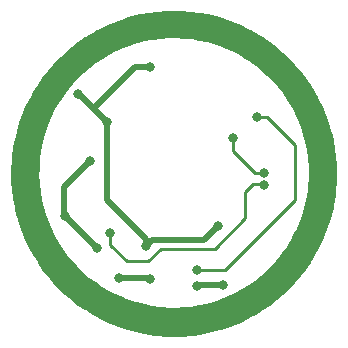
<source format=gbr>
%TF.GenerationSoftware,KiCad,Pcbnew,(5.99.0-11604-g878538abff)*%
%TF.CreationDate,2021-08-06T13:26:27+02:00*%
%TF.ProjectId,pixel-pump-motor-board,70697865-6c2d-4707-956d-702d6d6f746f,rev?*%
%TF.SameCoordinates,Original*%
%TF.FileFunction,Copper,L2,Bot*%
%TF.FilePolarity,Positive*%
%FSLAX46Y46*%
G04 Gerber Fmt 4.6, Leading zero omitted, Abs format (unit mm)*
G04 Created by KiCad (PCBNEW (5.99.0-11604-g878538abff)) date 2021-08-06 13:26:27*
%MOMM*%
%LPD*%
G01*
G04 APERTURE LIST*
%TA.AperFunction,SMDPad,CuDef*%
%ADD10R,2.000000X2.000000*%
%TD*%
%TA.AperFunction,ViaPad*%
%ADD11C,0.800000*%
%TD*%
%TA.AperFunction,Conductor*%
%ADD12C,0.500000*%
%TD*%
%TA.AperFunction,Conductor*%
%ADD13C,0.250000*%
%TD*%
G04 APERTURE END LIST*
D10*
%TO.P,J11,1,Pin_1*%
%TO.N,GND*%
X67513200Y-58750200D03*
%TD*%
%TO.P,J5,1,Pin_1*%
%TO.N,GND*%
X92710000Y-58699400D03*
%TD*%
%TO.P,J8,1,Pin_1*%
%TO.N,GND*%
X80010000Y-71247000D03*
%TD*%
%TO.P,J7,1,Pin_1*%
%TO.N,GND*%
X80137000Y-46050200D03*
%TD*%
D11*
%TO.N,BEMF_PIN*%
X75400000Y-67500000D03*
X87125000Y-53875000D03*
X82050000Y-68175000D03*
X82050000Y-66825000D03*
X78050000Y-67550000D03*
X84200000Y-68100000D03*
%TO.N,GND*%
X91422785Y-52871178D03*
X88950800Y-67640200D03*
X85860479Y-47308872D03*
X70190670Y-66659475D03*
X82073209Y-71220754D03*
X72072182Y-68540987D03*
X68427600Y-53721000D03*
X67665600Y-55956200D03*
X92532200Y-61214000D03*
X83376352Y-46355305D03*
X76787894Y-70943763D03*
X90474800Y-65862200D03*
X91744800Y-63601600D03*
X68741461Y-64427890D03*
X87014246Y-69324068D03*
X89973576Y-50639593D03*
X74303767Y-69990196D03*
X75133200Y-46964600D03*
X73150000Y-47975000D03*
X67787894Y-61943763D03*
X92376352Y-55355305D03*
X84643402Y-70532073D03*
X88092064Y-48758081D03*
X77520800Y-46177200D03*
%TO.N,Net-(D1-Pad2)*%
X77700000Y-64800000D03*
X71925000Y-51875000D03*
X78075000Y-49625000D03*
X83800000Y-63100000D03*
X74400000Y-54250000D03*
%TO.N,PWM*%
X74700000Y-63725000D03*
X87700000Y-59600000D03*
%TO.N,BEMF*%
X87700000Y-58600000D03*
X85100000Y-55675000D03*
%TO.N,Net-(Q1-Pad1)*%
X73575000Y-64925000D03*
X70850000Y-62250000D03*
X72975000Y-57600000D03*
%TD*%
D12*
%TO.N,BEMF_PIN*%
X84200000Y-68100000D02*
X82125000Y-68100000D01*
D13*
X87125000Y-53875000D02*
X87975000Y-53875000D01*
D12*
X82125000Y-68100000D02*
X82050000Y-68175000D01*
D13*
X90300000Y-56200000D02*
X90300000Y-60900000D01*
D12*
X78000000Y-67500000D02*
X78050000Y-67550000D01*
D13*
X90300000Y-60900000D02*
X84400000Y-66800000D01*
D12*
X75400000Y-67500000D02*
X78000000Y-67500000D01*
D13*
X87975000Y-53875000D02*
X90300000Y-56200000D01*
X82075000Y-66800000D02*
X82050000Y-66825000D01*
X84400000Y-66800000D02*
X82075000Y-66800000D01*
D12*
%TO.N,Net-(D1-Pad2)*%
X71925000Y-51875000D02*
X72025000Y-51875000D01*
X78200489Y-64299511D02*
X82600489Y-64299511D01*
X77700000Y-64800000D02*
X78200489Y-64299511D01*
X74400000Y-54250000D02*
X74400000Y-60925000D01*
X78068400Y-49631600D02*
X78075000Y-49625000D01*
X82600489Y-64299511D02*
X83800000Y-63100000D01*
X77700000Y-64225000D02*
X77700000Y-64800000D01*
X73225000Y-53075000D02*
X74400000Y-54250000D01*
X76793400Y-49631600D02*
X78068400Y-49631600D01*
X72025000Y-51875000D02*
X73225000Y-53075000D01*
X73225000Y-53075000D02*
X73350000Y-53075000D01*
X74400000Y-60925000D02*
X77700000Y-64225000D01*
X73350000Y-53075000D02*
X76793400Y-49631600D01*
D13*
%TO.N,PWM*%
X76075000Y-66050000D02*
X77925000Y-66050000D01*
X86100000Y-60275000D02*
X86100000Y-60200000D01*
X74700000Y-64675000D02*
X76075000Y-66050000D01*
X86750000Y-59550000D02*
X87650000Y-59550000D01*
X86100000Y-60200000D02*
X86750000Y-59550000D01*
X87650000Y-59550000D02*
X87700000Y-59600000D01*
X83525000Y-65000000D02*
X86100000Y-62425000D01*
X74700000Y-63725000D02*
X74700000Y-64675000D01*
X77925000Y-66050000D02*
X78975000Y-65000000D01*
X86100000Y-62425000D02*
X86100000Y-60275000D01*
X78975000Y-65000000D02*
X83525000Y-65000000D01*
%TO.N,BEMF*%
X85875000Y-57525000D02*
X86950000Y-58600000D01*
X85100000Y-55675000D02*
X85100000Y-56750000D01*
X86950000Y-58600000D02*
X87700000Y-58600000D01*
X85100000Y-56750000D02*
X85875000Y-57525000D01*
D12*
%TO.N,Net-(Q1-Pad1)*%
X70750000Y-59825000D02*
X70750000Y-61775000D01*
X70900000Y-62250000D02*
X73575000Y-64925000D01*
X70750000Y-61775000D02*
X70750000Y-62150000D01*
X70750000Y-62150000D02*
X70850000Y-62250000D01*
X70850000Y-62250000D02*
X70900000Y-62250000D01*
X72975000Y-57600000D02*
X70750000Y-59825000D01*
%TD*%
%TA.AperFunction,Conductor*%
%TO.N,GND*%
G36*
X80827403Y-44887117D02*
G01*
X80833956Y-44887460D01*
X81458668Y-44936627D01*
X81547667Y-44943631D01*
X81554229Y-44944321D01*
X82263986Y-45037762D01*
X82270484Y-45038792D01*
X82974392Y-45169253D01*
X82980825Y-45170620D01*
X83676976Y-45337751D01*
X83683314Y-45339450D01*
X84254784Y-45508727D01*
X84369715Y-45542771D01*
X84375989Y-45544809D01*
X85050824Y-45783781D01*
X85056982Y-45786145D01*
X85718372Y-46060102D01*
X85724398Y-46062785D01*
X86370544Y-46370981D01*
X86376422Y-46373976D01*
X86612685Y-46502256D01*
X87005569Y-46715574D01*
X87011240Y-46718848D01*
X87493624Y-47014453D01*
X87621665Y-47092917D01*
X87627197Y-47096510D01*
X88217175Y-47501991D01*
X88222512Y-47505869D01*
X88790457Y-47941669D01*
X88795583Y-47945820D01*
X89339939Y-48410743D01*
X89344838Y-48415154D01*
X89733740Y-48784207D01*
X89864134Y-48907946D01*
X89868795Y-48912607D01*
X90079602Y-49134751D01*
X90361587Y-49431902D01*
X90366001Y-49436805D01*
X90830924Y-49981161D01*
X90835075Y-49986287D01*
X91270875Y-50554232D01*
X91274753Y-50559569D01*
X91680234Y-51149547D01*
X91683827Y-51155079D01*
X92057896Y-51765504D01*
X92061170Y-51771175D01*
X92255229Y-52128587D01*
X92402768Y-52400322D01*
X92405763Y-52406200D01*
X92713959Y-53052346D01*
X92716642Y-53058372D01*
X92990599Y-53719762D01*
X92992963Y-53725920D01*
X93134424Y-54125392D01*
X93231622Y-54399870D01*
X93231935Y-54400755D01*
X93233972Y-54407025D01*
X93415735Y-55020647D01*
X93437289Y-55093413D01*
X93438993Y-55099768D01*
X93606122Y-55795910D01*
X93607491Y-55802352D01*
X93643318Y-55995656D01*
X93737951Y-56506251D01*
X93738983Y-56512767D01*
X93832423Y-57222517D01*
X93833113Y-57229077D01*
X93887050Y-57914395D01*
X93889283Y-57942771D01*
X93889627Y-57949341D01*
X93908255Y-58660728D01*
X93908367Y-58664993D01*
X93908367Y-58671575D01*
X93891490Y-59316126D01*
X93889628Y-59387223D01*
X93889284Y-59393794D01*
X93840117Y-60018506D01*
X93833113Y-60107505D01*
X93832423Y-60114065D01*
X93765630Y-60621413D01*
X93738983Y-60823815D01*
X93737952Y-60830322D01*
X93614927Y-61494112D01*
X93607493Y-61534220D01*
X93606124Y-61540663D01*
X93465585Y-62126051D01*
X93438997Y-62236797D01*
X93437294Y-62243152D01*
X93355453Y-62519442D01*
X93233973Y-62929553D01*
X93231935Y-62935827D01*
X92992963Y-63610662D01*
X92990599Y-63616820D01*
X92716642Y-64278210D01*
X92713959Y-64284236D01*
X92405763Y-64930382D01*
X92402768Y-64936260D01*
X92061170Y-65565407D01*
X92057896Y-65571078D01*
X91847563Y-65914311D01*
X91683827Y-66181503D01*
X91680234Y-66187035D01*
X91274753Y-66777013D01*
X91270875Y-66782350D01*
X90835075Y-67350295D01*
X90830924Y-67355421D01*
X90366001Y-67899777D01*
X90361587Y-67904680D01*
X89868798Y-68423972D01*
X89864137Y-68428633D01*
X89400989Y-68868144D01*
X89344842Y-68921425D01*
X89339939Y-68925839D01*
X88795583Y-69390762D01*
X88790457Y-69394913D01*
X88222512Y-69830713D01*
X88217175Y-69834591D01*
X87627197Y-70240072D01*
X87621665Y-70243665D01*
X87011240Y-70617734D01*
X87005569Y-70621008D01*
X86612685Y-70834326D01*
X86376422Y-70962606D01*
X86370544Y-70965601D01*
X85724398Y-71273797D01*
X85718372Y-71276480D01*
X85056982Y-71550437D01*
X85050824Y-71552801D01*
X84375989Y-71791773D01*
X84369719Y-71793810D01*
X83683314Y-71997132D01*
X83676976Y-71998831D01*
X82980825Y-72165962D01*
X82974392Y-72167329D01*
X82270484Y-72297790D01*
X82263986Y-72298820D01*
X81736997Y-72368199D01*
X81554227Y-72392261D01*
X81547667Y-72392951D01*
X81458668Y-72399955D01*
X80833956Y-72449122D01*
X80827403Y-72449465D01*
X80111737Y-72468205D01*
X80105169Y-72468205D01*
X79389503Y-72449465D01*
X79382950Y-72449122D01*
X78758238Y-72399955D01*
X78669239Y-72392951D01*
X78662679Y-72392261D01*
X78479909Y-72368199D01*
X77952920Y-72298820D01*
X77946422Y-72297790D01*
X77242514Y-72167329D01*
X77236081Y-72165962D01*
X76539930Y-71998831D01*
X76533592Y-71997132D01*
X75847187Y-71793810D01*
X75840917Y-71791773D01*
X75166082Y-71552801D01*
X75159924Y-71550437D01*
X74498534Y-71276480D01*
X74492508Y-71273797D01*
X73846362Y-70965601D01*
X73840484Y-70962606D01*
X73604221Y-70834326D01*
X73211337Y-70621008D01*
X73205666Y-70617734D01*
X72595241Y-70243665D01*
X72589709Y-70240072D01*
X71999731Y-69834591D01*
X71994394Y-69830713D01*
X71426449Y-69394913D01*
X71421323Y-69390762D01*
X70876967Y-68925839D01*
X70872064Y-68921425D01*
X70815918Y-68868144D01*
X70352769Y-68428633D01*
X70348108Y-68423972D01*
X69855319Y-67904680D01*
X69850905Y-67899777D01*
X69385982Y-67355421D01*
X69381831Y-67350295D01*
X68946031Y-66782350D01*
X68942153Y-66777013D01*
X68536672Y-66187035D01*
X68533079Y-66181503D01*
X68369343Y-65914311D01*
X68159010Y-65571078D01*
X68155736Y-65565407D01*
X67814138Y-64936260D01*
X67811143Y-64930382D01*
X67502947Y-64284236D01*
X67500264Y-64278210D01*
X67226307Y-63616820D01*
X67223943Y-63610662D01*
X66984971Y-62935827D01*
X66982933Y-62929553D01*
X66861453Y-62519442D01*
X66779612Y-62243152D01*
X66777909Y-62236797D01*
X66751322Y-62126051D01*
X66610782Y-61540663D01*
X66609413Y-61534220D01*
X66601980Y-61494112D01*
X66478954Y-60830322D01*
X66477923Y-60823815D01*
X66451277Y-60621413D01*
X66384483Y-60114065D01*
X66383793Y-60107505D01*
X66376789Y-60018506D01*
X66327622Y-59393794D01*
X66327278Y-59387223D01*
X66325417Y-59316126D01*
X66314482Y-58898548D01*
X68698899Y-58898548D01*
X68698998Y-58900341D01*
X68698998Y-58900353D01*
X68725974Y-59390527D01*
X68734990Y-59554347D01*
X68808771Y-60206980D01*
X68809079Y-60208772D01*
X68915325Y-60827087D01*
X68919998Y-60854284D01*
X68920405Y-60856039D01*
X68920407Y-60856050D01*
X69014193Y-61260665D01*
X69068303Y-61494112D01*
X69253192Y-62124342D01*
X69253800Y-62126044D01*
X69253802Y-62126051D01*
X69295621Y-62243169D01*
X69474053Y-62742884D01*
X69730154Y-63347686D01*
X70020645Y-63936744D01*
X70344563Y-64508103D01*
X70700833Y-65059868D01*
X70701888Y-65061313D01*
X70701890Y-65061315D01*
X71070140Y-65565386D01*
X71088275Y-65590210D01*
X71505603Y-66097371D01*
X71583374Y-66181503D01*
X71890529Y-66513781D01*
X71951433Y-66579667D01*
X72424286Y-67035499D01*
X72922595Y-67463357D01*
X73444707Y-67861820D01*
X73708878Y-68040341D01*
X73987375Y-68228544D01*
X73987387Y-68228551D01*
X73988891Y-68229568D01*
X74553341Y-68565380D01*
X74554957Y-68566219D01*
X74554958Y-68566220D01*
X75109186Y-68854119D01*
X75136185Y-68868144D01*
X75735492Y-69136854D01*
X76003326Y-69238862D01*
X76347581Y-69369977D01*
X76347594Y-69369981D01*
X76349273Y-69370621D01*
X76759151Y-69500248D01*
X76973769Y-69568123D01*
X76973776Y-69568125D01*
X76975493Y-69568668D01*
X77612074Y-69730339D01*
X78256907Y-69855098D01*
X78258694Y-69855338D01*
X78258700Y-69855339D01*
X78906049Y-69942289D01*
X78906055Y-69942290D01*
X78907852Y-69942531D01*
X78909660Y-69942669D01*
X78909674Y-69942670D01*
X79274724Y-69970438D01*
X79562751Y-69992348D01*
X80005916Y-70000471D01*
X80217625Y-70004351D01*
X80217629Y-70004351D01*
X80219431Y-70004384D01*
X80336458Y-69999786D01*
X80873892Y-69978670D01*
X80873905Y-69978669D01*
X80875715Y-69978598D01*
X80877528Y-69978422D01*
X80877540Y-69978421D01*
X81527629Y-69915252D01*
X81527639Y-69915251D01*
X81529427Y-69915077D01*
X82178398Y-69814031D01*
X82180159Y-69813652D01*
X82180169Y-69813650D01*
X82818694Y-69676179D01*
X82818705Y-69676176D01*
X82820476Y-69675795D01*
X83453533Y-69500828D01*
X83455242Y-69500248D01*
X84073742Y-69290296D01*
X84073756Y-69290291D01*
X84075467Y-69289710D01*
X84454687Y-69136110D01*
X84682540Y-69043820D01*
X84682550Y-69043816D01*
X84684218Y-69043140D01*
X84685839Y-69042372D01*
X84685855Y-69042365D01*
X85276130Y-68762712D01*
X85277766Y-68761937D01*
X85279353Y-68761070D01*
X85852537Y-68447911D01*
X85852540Y-68447909D01*
X85854142Y-68447034D01*
X86411436Y-68099474D01*
X86947798Y-67720411D01*
X87405833Y-67355421D01*
X87460042Y-67312224D01*
X87460047Y-67312220D01*
X87461451Y-67311101D01*
X87462790Y-67309902D01*
X87949344Y-66874107D01*
X87949352Y-66874100D01*
X87950690Y-66872901D01*
X88413894Y-66407266D01*
X88611496Y-66184310D01*
X88848318Y-65917101D01*
X88848320Y-65917099D01*
X88849525Y-65915739D01*
X88884985Y-65870759D01*
X89255021Y-65401371D01*
X89255025Y-65401366D01*
X89256141Y-65399950D01*
X89257184Y-65398458D01*
X89631351Y-64863097D01*
X89631355Y-64863091D01*
X89632390Y-64861610D01*
X89850295Y-64508103D01*
X89976075Y-64304051D01*
X89976084Y-64304036D01*
X89977028Y-64302504D01*
X90288909Y-63724487D01*
X90465015Y-63347686D01*
X90566236Y-63131111D01*
X90566244Y-63131093D01*
X90567000Y-63129475D01*
X90810378Y-62519442D01*
X90903609Y-62239994D01*
X91017665Y-61898126D01*
X91017670Y-61898110D01*
X91018237Y-61896410D01*
X91189888Y-61262446D01*
X91275530Y-60854284D01*
X91324391Y-60621413D01*
X91324393Y-60621403D01*
X91324760Y-60619653D01*
X91422406Y-59970162D01*
X91460447Y-59556166D01*
X91482337Y-59317946D01*
X91482338Y-59317938D01*
X91482504Y-59316126D01*
X91496660Y-58900353D01*
X91504819Y-58660728D01*
X91504820Y-58660699D01*
X91504853Y-58659716D01*
X91505009Y-58600000D01*
X91486097Y-57943482D01*
X91455305Y-57587948D01*
X91429582Y-57290952D01*
X91429581Y-57290947D01*
X91429425Y-57289141D01*
X91335181Y-56639147D01*
X91203676Y-55995656D01*
X91035348Y-55360802D01*
X90922715Y-55017217D01*
X90831314Y-54738398D01*
X90831309Y-54738385D01*
X90830754Y-54736691D01*
X90590572Y-54125392D01*
X90439681Y-53798083D01*
X90316358Y-53530573D01*
X90316351Y-53530559D01*
X90315601Y-53528932D01*
X90314764Y-53527361D01*
X90314756Y-53527345D01*
X90145123Y-53208983D01*
X90006750Y-52949289D01*
X89665045Y-52388387D01*
X89291619Y-51848084D01*
X88887710Y-51330174D01*
X88454658Y-50836372D01*
X88278891Y-50657822D01*
X87995183Y-50369622D01*
X87995177Y-50369616D01*
X87993899Y-50368318D01*
X87506961Y-49927563D01*
X86995458Y-49515569D01*
X86461088Y-49133702D01*
X86110679Y-48912610D01*
X85907172Y-48784207D01*
X85907173Y-48784207D01*
X85905622Y-48783229D01*
X85330902Y-48465312D01*
X85329276Y-48464531D01*
X85329264Y-48464525D01*
X84997602Y-48305264D01*
X84738835Y-48181006D01*
X84737179Y-48180325D01*
X84737163Y-48180318D01*
X84133050Y-47931937D01*
X84133051Y-47931937D01*
X84131384Y-47931252D01*
X83510563Y-47716880D01*
X82878431Y-47538601D01*
X82876676Y-47538214D01*
X82876662Y-47538210D01*
X82238867Y-47397398D01*
X82238860Y-47397397D01*
X82237086Y-47397005D01*
X82235300Y-47396717D01*
X82235293Y-47396716D01*
X81590446Y-47292851D01*
X81590447Y-47292851D01*
X81588652Y-47292562D01*
X81586852Y-47292378D01*
X81586840Y-47292376D01*
X80937080Y-47225803D01*
X80937072Y-47225802D01*
X80935282Y-47225619D01*
X80933480Y-47225539D01*
X80933470Y-47225538D01*
X80280947Y-47196478D01*
X80280934Y-47196478D01*
X80279142Y-47196398D01*
X79925049Y-47201033D01*
X79624218Y-47204971D01*
X79624207Y-47204971D01*
X79622408Y-47204995D01*
X78967257Y-47251382D01*
X78315864Y-47335406D01*
X78052068Y-47385012D01*
X77672145Y-47456455D01*
X77672131Y-47456458D01*
X77670387Y-47456786D01*
X77032967Y-47615122D01*
X76703331Y-47717477D01*
X76407467Y-47809345D01*
X76407460Y-47809347D01*
X76405719Y-47809888D01*
X76404012Y-47810528D01*
X75792423Y-48039800D01*
X75792413Y-48039804D01*
X75790722Y-48040438D01*
X75789066Y-48041170D01*
X75789054Y-48041175D01*
X75470983Y-48181793D01*
X75190017Y-48306007D01*
X75188391Y-48306841D01*
X74607207Y-48604887D01*
X74607198Y-48604892D01*
X74605595Y-48605714D01*
X74604042Y-48606627D01*
X74604031Y-48606633D01*
X74357301Y-48751679D01*
X74039394Y-48938567D01*
X74037896Y-48939568D01*
X73494804Y-49302450D01*
X73494795Y-49302456D01*
X73493293Y-49303460D01*
X72969102Y-49699184D01*
X72468559Y-50124427D01*
X71993326Y-50577777D01*
X71992070Y-50579122D01*
X71546230Y-51056389D01*
X71546221Y-51056400D01*
X71544976Y-51057732D01*
X71543807Y-51059138D01*
X71543804Y-51059141D01*
X71205571Y-51465823D01*
X71124999Y-51562700D01*
X70734786Y-52091007D01*
X70570565Y-52342442D01*
X70376623Y-52639379D01*
X70376611Y-52639398D01*
X70375631Y-52640899D01*
X70048726Y-53210554D01*
X69755155Y-53798083D01*
X69495891Y-54401536D01*
X69271794Y-55018913D01*
X69271279Y-55020634D01*
X69271275Y-55020647D01*
X69248564Y-55096588D01*
X69083607Y-55648166D01*
X68931955Y-56287209D01*
X68817340Y-56933922D01*
X68817131Y-56935691D01*
X68817129Y-56935702D01*
X68783183Y-57222517D01*
X68740143Y-57586160D01*
X68700619Y-58241760D01*
X68698899Y-58898548D01*
X66314482Y-58898548D01*
X66308539Y-58671575D01*
X66308539Y-58664993D01*
X66308651Y-58660728D01*
X66327279Y-57949341D01*
X66327623Y-57942771D01*
X66329857Y-57914395D01*
X66383793Y-57229077D01*
X66384483Y-57222517D01*
X66477923Y-56512767D01*
X66478955Y-56506251D01*
X66573588Y-55995656D01*
X66609415Y-55802352D01*
X66610784Y-55795910D01*
X66777913Y-55099768D01*
X66779617Y-55093413D01*
X66801172Y-55020647D01*
X66982934Y-54407025D01*
X66984971Y-54400755D01*
X66985285Y-54399870D01*
X67082482Y-54125392D01*
X67223943Y-53725920D01*
X67226307Y-53719762D01*
X67500264Y-53058372D01*
X67502947Y-53052346D01*
X67811143Y-52406200D01*
X67814138Y-52400322D01*
X67961677Y-52128587D01*
X68155736Y-51771175D01*
X68159010Y-51765504D01*
X68533079Y-51155079D01*
X68536672Y-51149547D01*
X68942153Y-50559569D01*
X68946031Y-50554232D01*
X69381831Y-49986287D01*
X69385982Y-49981161D01*
X69850905Y-49436805D01*
X69855319Y-49431902D01*
X70137305Y-49134751D01*
X70348111Y-48912607D01*
X70352772Y-48907946D01*
X70483166Y-48784207D01*
X70872068Y-48415154D01*
X70876967Y-48410743D01*
X71421323Y-47945820D01*
X71426449Y-47941669D01*
X71994394Y-47505869D01*
X71999731Y-47501991D01*
X72589709Y-47096510D01*
X72595241Y-47092917D01*
X72723282Y-47014453D01*
X73205666Y-46718848D01*
X73211337Y-46715574D01*
X73604221Y-46502256D01*
X73840484Y-46373976D01*
X73846362Y-46370981D01*
X74492508Y-46062785D01*
X74498534Y-46060102D01*
X75159924Y-45786145D01*
X75166082Y-45783781D01*
X75840917Y-45544809D01*
X75847191Y-45542771D01*
X75962122Y-45508727D01*
X76533592Y-45339450D01*
X76539930Y-45337751D01*
X77236081Y-45170620D01*
X77242514Y-45169253D01*
X77946422Y-45038792D01*
X77952920Y-45037762D01*
X78662677Y-44944321D01*
X78669239Y-44943631D01*
X78758238Y-44936627D01*
X79382950Y-44887460D01*
X79389503Y-44887117D01*
X80105169Y-44868377D01*
X80111737Y-44868377D01*
X80827403Y-44887117D01*
G37*
%TD.AperFunction*%
%TD*%
M02*

</source>
